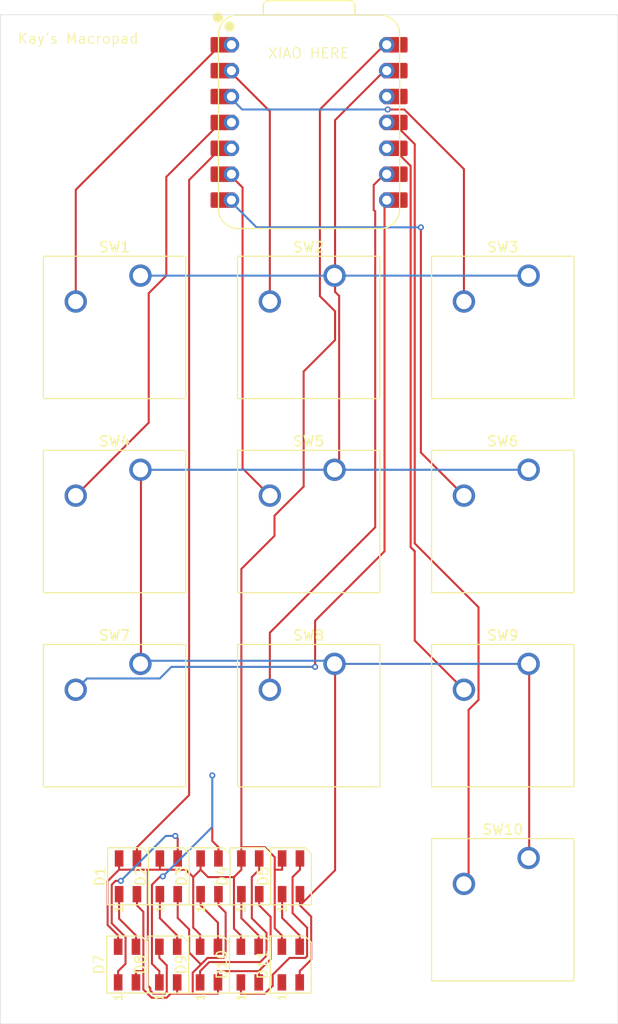
<source format=kicad_pcb>
(kicad_pcb (version 20241229) (generator "pcbnew") (generator_version "9.0")
  (layers (0 "F.Cu" signal) (2 "B.Cu" signal) (13 "F.Paste" user) (15 "B.Paste" user) (5 "F.SilkS" user "F.Silkscreen") (7 "B.SilkS" user "B.Silkscreen") (1 "F.Mask" user) (3 "B.Mask" user) (25 "Edge.Cuts" user))
  (net 0 "")
  (net 1 "Net-(D1-DOUT)")
  (net 2 "Net-(D1-DIN)")
  (net 3 "+5V")
  (net 4 "Net-(D1-VSS)")
  (net 5 "Net-(D2-DIN)")
  (net 6 "Net-(D2-DOUT)")
  (net 7 "Net-(D3-DOUT)")
  (net 8 "Net-(D3-DIN)")
  (net 9 "Net-(D10-DIN)")
  (net 10 "Net-(D4-DIN)")
  (net 11 "Net-(D10-DOUT)")
  (net 12 "GND")
  (net 13 "Net-(D11-DIN)")
  (net 15 "Net-(U1-GPIO26{slash}ADC0{slash}A0)")
  (net 16 "Net-(U1-GPIO27{slash}ADC1{slash}A1)")
  (net 17 "Net-(U1-GPIO28{slash}ADC2{slash}A2)")
  (net 18 "Net-(U1-GPIO29{slash}ADC3{slash}A3)")
  (net 19 "Net-(U1-GPIO7{slash}SCL)")
  (net 20 "Net-(U1-GPIO0{slash}TX)")
  (net 21 "Net-(U1-GPIO1{slash}RX)")
  (net 22 "Net-(U1-GPIO2{slash}SCK)")
  (net 23 "Net-(U1-GPIO4{slash}MISO)")
  (net 24 "Net-(U1-GPIO3{slash}MOSI)")
  (net 25 "unconnected-(U1-3V3-Pad12)")
  (footprint "LED_SMD:LED_SK6812MINI_PLCC4_3.5x3.5mm_P1.75mm" (layer "F.Cu") (at 57.3 137.21 90)
    (property "Reference" "D4" (at 0 -2.75 90) (layer "F.SilkS"))
    (property "Value" "SK6812MINI")
    (fp_text user "1" (at -3.2 -0.875 90) (layer "F.SilkS") (effects (font (size 0.8 0.8))))
    (pad "1" smd rect (at -1.749999 -0.875 90) (size 1.6 0.85) (layers "F.Cu" "F.Mask" "F.Paste") (net 9 "Net-(D10-DIN)"))
    (pad "2" smd rect (at -1.749999 0.875 90) (size 1.6 0.85) (layers "F.Cu" "F.Mask" "F.Paste") (net 4 "Net-(D1-VSS)"))
    (pad "3" smd rect (at 1.749999 0.875 90) (size 1.6 0.85) (layers "F.Cu" "F.Mask" "F.Paste") (net 10 "Net-(D4-DIN)"))
    (pad "4" smd rect (at 1.749999 -0.875 90) (size 1.6 0.85) (layers "F.Cu" "F.Mask" "F.Paste") (net 3 "+5V"))
  )
  (footprint "LED_SMD:LED_SK6812MINI_PLCC4_3.5x3.5mm_P1.75mm" (layer "F.Cu") (at 49.3 137.2099 90)
    (property "Reference" "D2" (at 0 -2.75 90) (layer "F.SilkS"))
    (property "Value" "SK6812MINI")
    (fp_text user "1" (at -3.2 -0.875 90) (layer "F.SilkS") (effects (font (size 0.8 0.8))))
    (pad "1" smd rect (at -1.749999 -0.875 90) (size 1.6 0.85) (layers "F.Cu" "F.Mask" "F.Paste") (net 6 "Net-(D2-DOUT)"))
    (pad "2" smd rect (at -1.749999 0.875 90) (size 1.6 0.85) (layers "F.Cu" "F.Mask" "F.Paste") (net 4 "Net-(D1-VSS)"))
    (pad "3" smd rect (at 1.749999 0.875 90) (size 1.6 0.85) (layers "F.Cu" "F.Mask" "F.Paste") (net 5 "Net-(D2-DIN)"))
    (pad "4" smd rect (at 1.749999 -0.875 90) (size 1.6 0.85) (layers "F.Cu" "F.Mask" "F.Paste") (net 3 "+5V"))
  )
  (footprint "Button_Switch_Keyboard:SW_Cherry_MX_1.00u_PCB" (layer "F.Cu") (at 46.519 78.2637)
    (property "Reference" "SW1" (at -2.54 -2.794 0) (layer "F.SilkS"))
    (property "Value" "SW_Push")
    (pad "" np_thru_hole circle (at -7.62 5.08) (size 1.7 1.7) (drill 1.7) (layers "*.Cu" "*.Mask"))
    (pad "" np_thru_hole circle (at -2.54 5.08) (size 4 4) (drill 4) (layers "*.Cu" "*.Mask"))
    (pad "" np_thru_hole circle (at 2.54 5.08) (size 1.7 1.7) (drill 1.7) (layers "*.Cu" "*.Mask"))
    (pad "1" thru_hole circle (at 0 0) (size 2.2 2.2) (drill 1.5) (layers "*.Cu" "*.Mask") (net 12 "GND"))
    (pad "2" thru_hole circle (at -6.35 2.54) (size 2.2 2.2) (drill 1.5) (layers "*.Cu" "*.Mask") (net 15 "Net-(U1-GPIO26{slash}ADC0{slash}A0)"))
  )
  (footprint "Button_Switch_Keyboard:SW_Cherry_MX_1.00u_PCB" (layer "F.Cu") (at 84.619 97.3137)
    (property "Reference" "SW6" (at -2.54 -2.794 0) (layer "F.SilkS"))
    (property "Value" "SW_Push")
    (pad "" np_thru_hole circle (at -7.62 5.08) (size 1.7 1.7) (drill 1.7) (layers "*.Cu" "*.Mask"))
    (pad "" np_thru_hole circle (at -2.54 5.08) (size 4 4) (drill 4) (layers "*.Cu" "*.Mask"))
    (pad "" np_thru_hole circle (at 2.54 5.08) (size 1.7 1.7) (drill 1.7) (layers "*.Cu" "*.Mask"))
    (pad "1" thru_hole circle (at 0 0) (size 2.2 2.2) (drill 1.5) (layers "*.Cu" "*.Mask") (net 12 "GND"))
    (pad "2" thru_hole circle (at -6.35 2.54) (size 2.2 2.2) (drill 1.5) (layers "*.Cu" "*.Mask") (net 20 "Net-(U1-GPIO0{slash}TX)"))
  )
  (footprint "Button_Switch_Keyboard:SW_Cherry_MX_1.00u_PCB" (layer "F.Cu") (at 46.519 97.3137)
    (property "Reference" "SW4" (at -2.54 -2.794 0) (layer "F.SilkS"))
    (property "Value" "SW_Push")
    (pad "" np_thru_hole circle (at -7.62 5.08) (size 1.7 1.7) (drill 1.7) (layers "*.Cu" "*.Mask"))
    (pad "" np_thru_hole circle (at -2.54 5.08) (size 4 4) (drill 4) (layers "*.Cu" "*.Mask"))
    (pad "" np_thru_hole circle (at 2.54 5.08) (size 1.7 1.7) (drill 1.7) (layers "*.Cu" "*.Mask"))
    (pad "1" thru_hole circle (at 0 0) (size 2.2 2.2) (drill 1.5) (layers "*.Cu" "*.Mask") (net 12 "GND"))
    (pad "2" thru_hole circle (at -6.35 2.54) (size 2.2 2.2) (drill 1.5) (layers "*.Cu" "*.Mask") (net 18 "Net-(U1-GPIO29{slash}ADC3{slash}A3)"))
  )
  (footprint "LED_SMD:LED_SK6812MINI_PLCC4_3.5x3.5mm_P1.75mm" (layer "F.Cu") (at 45.3 137.2099 90)
    (property "Reference" "D1" (at 0 -2.75 90) (layer "F.SilkS"))
    (property "Value" "SK6812MINI")
    (fp_text user "1" (at -3.2 -0.875 90) (layer "F.SilkS") (effects (font (size 0.8 0.8))))
    (pad "1" smd rect (at -1.749999 -0.875 90) (size 1.6 0.85) (layers "F.Cu" "F.Mask" "F.Paste") (net 1 "Net-(D1-DOUT)"))
    (pad "2" smd rect (at -1.749999 0.875 90) (size 1.6 0.85) (layers "F.Cu" "F.Mask" "F.Paste") (net 4 "Net-(D1-VSS)"))
    (pad "3" smd rect (at 1.749999 0.875 90) (size 1.6 0.85) (layers "F.Cu" "F.Mask" "F.Paste") (net 2 "Net-(D1-DIN)"))
    (pad "4" smd rect (at 1.749999 -0.875 90) (size 1.6 0.85) (layers "F.Cu" "F.Mask" "F.Paste") (net 3 "+5V"))
  )
  (footprint "LED_SMD:LED_SK6812MINI_PLCC4_3.5x3.5mm_P1.75mm" (layer "F.Cu") (at 53.25 145.87 90)
    (property "Reference" "D9" (at 0 -2.75 90) (layer "F.SilkS"))
    (property "Value" "SK6812MINI")
    (fp_text user "1" (at -3.2 -0.875 90) (layer "F.SilkS") (effects (font (size 0.8 0.8))))
    (pad "1" smd rect (at -1.749999 -0.875 90) (size 1.6 0.85) (layers "F.Cu" "F.Mask" "F.Paste") (net 10 "Net-(D4-DIN)"))
    (pad "2" smd rect (at -1.749999 0.875 90) (size 1.6 0.85) (layers "F.Cu" "F.Mask" "F.Paste") (net 4 "Net-(D1-VSS)"))
    (pad "3" smd rect (at 1.749999 0.875 90) (size 1.6 0.85) (layers "F.Cu" "F.Mask" "F.Paste") (net 7 "Net-(D3-DOUT)"))
    (pad "4" smd rect (at 1.749999 -0.875 90) (size 1.6 0.85) (layers "F.Cu" "F.Mask" "F.Paste") (net 3 "+5V"))
  )
  (footprint "LED_SMD:LED_SK6812MINI_PLCC4_3.5x3.5mm_P1.75mm" (layer "F.Cu") (at 49.2499 145.87 90)
    (property "Reference" "D8" (at 0 -2.75 90) (layer "F.SilkS"))
    (property "Value" "SK6812MINI")
    (fp_text user "1" (at -3.2 -0.875 90) (layer "F.SilkS") (effects (font (size 0.8 0.8))))
    (pad "1" smd rect (at -1.749999 -0.875 90) (size 1.6 0.85) (layers "F.Cu" "F.Mask" "F.Paste") (net 8 "Net-(D3-DIN)"))
    (pad "2" smd rect (at -1.749999 0.875 90) (size 1.6 0.85) (layers "F.Cu" "F.Mask" "F.Paste") (net 4 "Net-(D1-VSS)"))
    (pad "3" smd rect (at 1.749999 0.875 90) (size 1.6 0.85) (layers "F.Cu" "F.Mask" "F.Paste") (net 6 "Net-(D2-DOUT)"))
    (pad "4" smd rect (at 1.749999 -0.875 90) (size 1.6 0.85) (layers "F.Cu" "F.Mask" "F.Paste") (net 3 "+5V"))
  )
  (footprint "LED_SMD:LED_SK6812MINI_PLCC4_3.5x3.5mm_P1.75mm" (layer "F.Cu") (at 45.205 145.87 90)
    (property "Reference" "D7" (at 0 -2.75 90) (layer "F.SilkS"))
    (property "Value" "SK6812MINI")
    (fp_text user "1" (at -3.2 -0.875 90) (layer "F.SilkS") (effects (font (size 0.8 0.8))))
    (pad "1" smd rect (at -1.749999 -0.875 90) (size 1.6 0.85) (layers "F.Cu" "F.Mask" "F.Paste") (net 5 "Net-(D2-DIN)"))
    (pad "2" smd rect (at -1.749999 0.875 90) (size 1.6 0.85) (layers "F.Cu" "F.Mask" "F.Paste") (net 4 "Net-(D1-VSS)"))
    (pad "3" smd rect (at 1.749999 0.875 90) (size 1.6 0.85) (layers "F.Cu" "F.Mask" "F.Paste") (net 1 "Net-(D1-DOUT)"))
    (pad "4" smd rect (at 1.749999 -0.875 90) (size 1.6 0.85) (layers "F.Cu" "F.Mask" "F.Paste") (net 3 "+5V"))
  )
  (footprint "Button_Switch_Keyboard:SW_Cherry_MX_1.00u_PCB" (layer "F.Cu") (at 65.569 78.2637)
    (property "Reference" "SW2" (at -2.54 -2.794 0) (layer "F.SilkS"))
    (property "Value" "SW_Push")
    (pad "" np_thru_hole circle (at -7.62 5.08) (size 1.7 1.7) (drill 1.7) (layers "*.Cu" "*.Mask"))
    (pad "" np_thru_hole circle (at -2.54 5.08) (size 4 4) (drill 4) (layers "*.Cu" "*.Mask"))
    (pad "" np_thru_hole circle (at 2.54 5.08) (size 1.7 1.7) (drill 1.7) (layers "*.Cu" "*.Mask"))
    (pad "1" thru_hole circle (at 0 0) (size 2.2 2.2) (drill 1.5) (layers "*.Cu" "*.Mask") (net 12 "GND"))
    (pad "2" thru_hole circle (at -6.35 2.54) (size 2.2 2.2) (drill 1.5) (layers "*.Cu" "*.Mask") (net 16 "Net-(U1-GPIO27{slash}ADC1{slash}A1)"))
  )
  (footprint "LED_SMD:LED_SK6812MINI_PLCC4_3.5x3.5mm_P1.75mm" (layer "F.Cu") (at 57.25 145.87 90)
    (property "Reference" "D10" (at 0 -2.75 90) (layer "F.SilkS"))
    (property "Value" "SK6812MINI")
    (fp_text user "1" (at -3.2 -0.875 90) (layer "F.SilkS") (effects (font (size 0.8 0.8))))
    (pad "1" smd rect (at -1.749999 -0.875 90) (size 1.6 0.85) (layers "F.Cu" "F.Mask" "F.Paste") (net 11 "Net-(D10-DOUT)"))
    (pad "2" smd rect (at -1.749999 0.875 90) (size 1.6 0.85) (layers "F.Cu" "F.Mask" "F.Paste") (net 4 "Net-(D1-VSS)"))
    (pad "3" smd rect (at 1.749999 0.875 90) (size 1.6 0.85) (layers "F.Cu" "F.Mask" "F.Paste") (net 9 "Net-(D10-DIN)"))
    (pad "4" smd rect (at 1.749999 -0.875 90) (size 1.6 0.85) (layers "F.Cu" "F.Mask" "F.Paste") (net 3 "+5V"))
  )
  (footprint "Button_Switch_Keyboard:SW_Cherry_MX_1.00u_PCB" (layer "F.Cu") (at 46.519 116.3637)
    (property "Reference" "SW7" (at -2.54 -2.794 0) (layer "F.SilkS"))
    (property "Value" "SW_Push")
    (pad "" np_thru_hole circle (at -7.62 5.08) (size 1.7 1.7) (drill 1.7) (layers "*.Cu" "*.Mask"))
    (pad "" np_thru_hole circle (at -2.54 5.08) (size 4 4) (drill 4) (layers "*.Cu" "*.Mask"))
    (pad "" np_thru_hole circle (at 2.54 5.08) (size 1.7 1.7) (drill 1.7) (layers "*.Cu" "*.Mask"))
    (pad "1" thru_hole circle (at 0 0) (size 2.2 2.2) (drill 1.5) (layers "*.Cu" "*.Mask") (net 12 "GND"))
    (pad "2" thru_hole circle (at -6.35 2.54) (size 2.2 2.2) (drill 1.5) (layers "*.Cu" "*.Mask") (net 21 "Net-(U1-GPIO1{slash}RX)"))
  )
  (footprint "Button_Switch_Keyboard:SW_Cherry_MX_1.00u_PCB" (layer "F.Cu") (at 65.569 116.3637)
    (property "Reference" "SW8" (at -2.54 -2.794 0) (layer "F.SilkS"))
    (property "Value" "SW_Push")
    (pad "" np_thru_hole circle (at -7.62 5.08) (size 1.7 1.7) (drill 1.7) (layers "*.Cu" "*.Mask"))
    (pad "" np_thru_hole circle (at -2.54 5.08) (size 4 4) (drill 4) (layers "*.Cu" "*.Mask"))
    (pad "" np_thru_hole circle (at 2.54 5.08) (size 1.7 1.7) (drill 1.7) (layers "*.Cu" "*.Mask"))
    (pad "1" thru_hole circle (at 0 0) (size 2.2 2.2) (drill 1.5) (layers "*.Cu" "*.Mask") (net 12 "GND"))
    (pad "2" thru_hole circle (at -6.35 2.54) (size 2.2 2.2) (drill 1.5) (layers "*.Cu" "*.Mask") (net 22 "Net-(U1-GPIO2{slash}SCK)"))
  )
  (footprint "LED_SMD:LED_SK6812MINI_PLCC4_3.5x3.5mm_P1.75mm" (layer "F.Cu") (at 61.275 145.87 90)
    (property "Reference" "D11" (at 0 -2.75 90) (layer "F.SilkS"))
    (property "Value" "SK6812MINI")
    (fp_text user "1" (at -3.2 -0.875 90) (layer "F.SilkS") (effects (font (size 0.8 0.8))))
    (pad "1" smd rect (at -1.749999 -0.875 90) (size 1.6 0.85) (layers "F.Cu" "F.Mask" "F.Paste"))
    (pad "2" smd rect (at -1.749999 0.875 90) (size 1.6 0.85) (layers "F.Cu" "F.Mask" "F.Paste") (net 12 "GND"))
    (pad "3" smd rect (at 1.749999 0.875 90) (size 1.6 0.85) (layers "F.Cu" "F.Mask" "F.Paste") (net 13 "Net-(D11-DIN)"))
    (pad "4" smd rect (at 1.749999 -0.875 90) (size 1.6 0.85) (layers "F.Cu" "F.Mask" "F.Paste") (net 3 "+5V"))
  )
  (footprint "LED_SMD:LED_SK6812MINI_PLCC4_3.5x3.5mm_P1.75mm" (layer "F.Cu") (at 53.3 137.2099 90)
    (property "Reference" "D3" (at 0 -2.75 90) (layer "F.SilkS"))
    (property "Value" "SK6812MINI")
    (fp_text user "1" (at -3.2 -0.875 90) (layer "F.SilkS") (effects (font (size 0.8 0.8))))
    (pad "1" smd rect (at -1.749999 -0.875 90) (size 1.6 0.85) (layers "F.Cu" "F.Mask" "F.Paste") (net 7 "Net-(D3-DOUT)"))
    (pad "2" smd rect (at -1.749999 0.875 90) (size 1.6 0.85) (layers "F.Cu" "F.Mask" "F.Paste") (net 4 "Net-(D1-VSS)"))
    (pad "3" smd rect (at 1.749999 0.875 90) (size 1.6 0.85) (layers "F.Cu" "F.Mask" "F.Paste") (net 8 "Net-(D3-DIN)"))
    (pad "4" smd rect (at 1.749999 -0.875 90) (size 1.6 0.85) (layers "F.Cu" "F.Mask" "F.Paste") (net 3 "+5V"))
  )
  (footprint "LED_SMD:LED_SK6812MINI_PLCC4_3.5x3.5mm_P1.75mm" (layer "F.Cu") (at 61.3 137.2099 90)
    (property "Reference" "D5" (at 0 -2.75 90) (layer "F.SilkS"))
    (property "Value" "SK6812MINI")
    (fp_text user "1" (at -3.2 -0.875 90) (layer "F.SilkS") (effects (font (size 0.8 0.8))))
    (pad "1" smd rect (at -1.749999 -0.875 90) (size 1.6 0.85) (layers "F.Cu" "F.Mask" "F.Paste") (net 13 "Net-(D11-DIN)"))
    (pad "2" smd rect (at -1.749999 0.875 90) (size 1.6 0.85) (layers "F.Cu" "F.Mask" "F.Paste") (net 12 "GND"))
    (pad "3" smd rect (at 1.749999 0.875 90) (size 1.6 0.85) (layers "F.Cu" "F.Mask" "F.Paste") (net 11 "Net-(D10-DOUT)"))
    (pad "4" smd rect (at 1.749999 -0.875 90) (size 1.6 0.85) (layers "F.Cu" "F.Mask" "F.Paste") (net 3 "+5V"))
  )
  (footprint "Button_Switch_Keyboard:SW_Cherry_MX_1.00u_PCB" (layer "F.Cu") (at 84.619 116.3637)
    (property "Reference" "SW9" (at -2.54 -2.794 0) (layer "F.SilkS"))
    (property "Value" "SW_Push")
    (pad "" np_thru_hole circle (at -7.62 5.08) (size 1.7 1.7) (drill 1.7) (layers "*.Cu" "*.Mask"))
    (pad "" np_thru_hole circle (at -2.54 5.08) (size 4 4) (drill 4) (layers "*.Cu" "*.Mask"))
    (pad "" np_thru_hole circle (at 2.54 5.08) (size 1.7 1.7) (drill 1.7) (layers "*.Cu" "*.Mask"))
    (pad "1" thru_hole circle (at 0 0) (size 2.2 2.2) (drill 1.5) (layers "*.Cu" "*.Mask") (net 12 "GND"))
    (pad "2" thru_hole circle (at -6.35 2.54) (size 2.2 2.2) (drill 1.5) (layers "*.Cu" "*.Mask") (net 23 "Net-(U1-GPIO4{slash}MISO)"))
  )
  (footprint "Button_Switch_Keyboard:SW_Cherry_MX_1.00u_PCB" (layer "F.Cu") (at 65.569 97.3137)
    (property "Reference" "SW5" (at -2.54 -2.794 0) (layer "F.SilkS"))
    (property "Value" "SW_Push")
    (pad "" np_thru_hole circle (at -7.62 5.08) (size 1.7 1.7) (drill 1.7) (layers "*.Cu" "*.Mask"))
    (pad "" np_thru_hole circle (at -2.54 5.08) (size 4 4) (drill 4) (layers "*.Cu" "*.Mask"))
    (pad "" np_thru_hole circle (at 2.54 5.08) (size 1.7 1.7) (drill 1.7) (layers "*.Cu" "*.Mask"))
    (pad "1" thru_hole circle (at 0 0) (size 2.2 2.2) (drill 1.5) (layers "*.Cu" "*.Mask") (net 12 "GND"))
    (pad "2" thru_hole circle (at -6.35 2.54) (size 2.2 2.2) (drill 1.5) (layers "*.Cu" "*.Mask") (net 19 "Net-(U1-GPIO7{slash}SCL)"))
  )
  (footprint "Button_Switch_Keyboard:SW_Cherry_MX_1.00u_PCB" (layer "F.Cu") (at 84.619 78.2637)
    (property "Reference" "SW3" (at -2.54 -2.794 0) (layer "F.SilkS"))
    (property "Value" "SW_Push")
    (pad "" np_thru_hole circle (at -7.62 5.08) (size 1.7 1.7) (drill 1.7) (layers "*.Cu" "*.Mask"))
    (pad "" np_thru_hole circle (at -2.54 5.08) (size 4 4) (drill 4) (layers "*.Cu" "*.Mask"))
    (pad "" np_thru_hole circle (at 2.54 5.08) (size 1.7 1.7) (drill 1.7) (layers "*.Cu" "*.Mask"))
    (pad "1" thru_hole circle (at 0 0) (size 2.2 2.2) (drill 1.5) (layers "*.Cu" "*.Mask") (net 12 "GND"))
    (pad "2" thru_hole circle (at -6.35 2.54) (size 2.2 2.2) (drill 1.5) (layers "*.Cu" "*.Mask") (net 17 "Net-(U1-GPIO28{slash}ADC2{slash}A2)"))
  )
  (footprint "Button_Switch_Keyboard:SW_Cherry_MX_1.00u_PCB" (layer "F.Cu") (at 84.619 135.4137)
    (property "Reference" "SW10" (at -2.54 -2.794 0) (layer "F.SilkS"))
    (property "Value" "SW_Push")
    (pad "" np_thru_hole circle (at -7.62 5.08) (size 1.7 1.7) (drill 1.7) (layers "*.Cu" "*.Mask"))
    (pad "" np_thru_hole circle (at -2.54 5.08) (size 4 4) (drill 4) (layers "*.Cu" "*.Mask"))
    (pad "" np_thru_hole circle (at 2.54 5.08) (size 1.7 1.7) (drill 1.7) (layers "*.Cu" "*.Mask"))
    (pad "1" thru_hole circle (at 0 0) (size 2.2 2.2) (drill 1.5) (layers "*.Cu" "*.Mask") (net 12 "GND"))
    (pad "2" thru_hole circle (at -6.35 2.54) (size 2.2 2.2) (drill 1.5) (layers "*.Cu" "*.Mask") (net 24 "Net-(U1-GPIO3{slash}MOSI)"))
  )
  (footprint "Seeed Studio XIAO Series Library:XIAO-RP2040-DIP" (layer "F.Cu") (at 63.07 63.2285)
    (property "Reference" "U1" (hide yes))
    (property "Value" "XIAO-RP2040-DIP")
    (pad "1" smd roundrect (at -8.455 -7.62 180) (size 2.432 1.524) (layers "F.Cu" "F.Mask") (roundrect_rratio 0.1) (net 15 "Net-(U1-GPIO26{slash}ADC0{slash}A0)"))
    (pad "1" thru_hole circle (at -7.62 -7.62 180) (size 1.524 1.524) (drill 0.889) (layers "*.Cu" "*.Mask") (net 15 "Net-(U1-GPIO26{slash}ADC0{slash}A0)"))
    (pad "2" smd roundrect (at -8.455 -5.08 180) (size 2.432 1.524) (layers "F.Cu" "F.Mask") (roundrect_rratio 0.1) (net 16 "Net-(U1-GPIO27{slash}ADC1{slash}A1)"))
    (pad "2" thru_hole circle (at -7.62 -5.08 180) (size 1.524 1.524) (drill 0.889) (layers "*.Cu" "*.Mask") (net 16 "Net-(U1-GPIO27{slash}ADC1{slash}A1)"))
    (pad "3" smd roundrect (at -8.455 -2.54 180) (size 2.432 1.524) (layers "F.Cu" "F.Mask") (roundrect_rratio 0.1) (net 17 "Net-(U1-GPIO28{slash}ADC2{slash}A2)"))
    (pad "3" thru_hole circle (at -7.62 -2.54 180) (size 1.524 1.524) (drill 0.889) (layers "*.Cu" "*.Mask") (net 17 "Net-(U1-GPIO28{slash}ADC2{slash}A2)"))
    (pad "4" smd roundrect (at -8.455 0 180) (size 2.432 1.524) (layers "F.Cu" "F.Mask") (roundrect_rratio 0.1) (net 18 "Net-(U1-GPIO29{slash}ADC3{slash}A3)"))
    (pad "4" thru_hole circle (at -7.62 0 180) (size 1.524 1.524) (drill 0.889) (layers "*.Cu" "*.Mask") (net 18 "Net-(U1-GPIO29{slash}ADC3{slash}A3)"))
    (pad "5" smd roundrect (at -8.455 2.54 180) (size 2.432 1.524) (layers "F.Cu" "F.Mask") (roundrect_rratio 0.1) (net 2 "Net-(D1-DIN)"))
    (pad "5" thru_hole circle (at -7.62 2.54 180) (size 1.524 1.524) (drill 0.889) (layers "*.Cu" "*.Mask") (net 2 "Net-(D1-DIN)"))
    (pad "6" smd roundrect (at -8.455 5.08 180) (size 2.432 1.524) (layers "F.Cu" "F.Mask") (roundrect_rratio 0.1) (net 19 "Net-(U1-GPIO7{slash}SCL)"))
    (pad "6" thru_hole circle (at -7.62 5.08 180) (size 1.524 1.524) (drill 0.889) (layers "*.Cu" "*.Mask") (net 19 "Net-(U1-GPIO7{slash}SCL)"))
    (pad "7" smd roundrect (at -8.455 7.62 180) (size 2.432 1.524) (layers "F.Cu" "F.Mask") (roundrect_rratio 0.1) (net 20 "Net-(U1-GPIO0{slash}TX)"))
    (pad "7" thru_hole circle (at -7.62 7.62 180) (size 1.524 1.524) (drill 0.889) (layers "*.Cu" "*.Mask") (net 20 "Net-(U1-GPIO0{slash}TX)"))
    (pad "8" thru_hole circle (at 7.62 7.62) (size 1.524 1.524) (drill 0.889) (layers "*.Cu" "*.Mask") (net 21 "Net-(U1-GPIO1{slash}RX)"))
    (pad "8" smd roundrect (at 8.455 7.62) (size 2.432 1.524) (layers "F.Cu" "F.Mask") (roundrect_rratio 0.1) (net 21 "Net-(U1-GPIO1{slash}RX)"))
    (pad "9" thru_hole circle (at 7.62 5.08) (size 1.524 1.524) (drill 0.889) (layers "*.Cu" "*.Mask") (net 22 "Net-(U1-GPIO2{slash}SCK)"))
    (pad "9" smd roundrect (at 8.455 5.08) (size 2.432 1.524) (layers "F.Cu" "F.Mask") (roundrect_rratio 0.1) (net 22 "Net-(U1-GPIO2{slash}SCK)"))
    (pad "10" thru_hole circle (at 7.62 2.54) (size 1.524 1.524) (drill 0.889) (layers "*.Cu" "*.Mask") (net 23 "Net-(U1-GPIO4{slash}MISO)"))
    (pad "10" smd roundrect (at 8.455 2.54) (size 2.432 1.524) (layers "F.Cu" "F.Mask") (roundrect_rratio 0.1) (net 23 "Net-(U1-GPIO4{slash}MISO)"))
    (pad "11" thru_hole circle (at 7.62 0) (size 1.524 1.524) (drill 0.889) (layers "*.Cu" "*.Mask") (net 24 "Net-(U1-GPIO3{slash}MOSI)"))
    (pad "11" smd roundrect (at 8.455 0) (size 2.432 1.524) (layers "F.Cu" "F.Mask") (roundrect_rratio 0.1) (net 24 "Net-(U1-GPIO3{slash}MOSI)"))
    (pad "12" thru_hole circle (at 7.62 -2.54) (size 1.524 1.524) (drill 0.889) (layers "*.Cu" "*.Mask") (net 25 "unconnected-(U1-3V3-Pad12)"))
    (pad "12" smd roundrect (at 8.455 -2.54) (size 2.432 1.524) (layers "F.Cu" "F.Mask") (roundrect_rratio 0.1) (net 25 "unconnected-(U1-3V3-Pad12)"))
    (pad "13" thru_hole circle (at 7.62 -5.08) (size 1.524 1.524) (drill 0.889) (layers "*.Cu" "*.Mask") (net 12 "GND"))
    (pad "13" smd roundrect (at 8.455 -5.08) (size 2.432 1.524) (layers "F.Cu" "F.Mask") (roundrect_rratio 0.1) (net 12 "GND"))
    (pad "14" thru_hole circle (at 7.62 -7.62) (size 1.524 1.524) (drill 0.889) (layers "*.Cu" "*.Mask") (net 3 "+5V"))
    (pad "14" smd roundrect (at 8.455 -7.62) (size 2.432 1.524) (layers "F.Cu" "F.Mask") (roundrect_rratio 0.1) (net 3 "+5V"))
  )
  (gr_rect (start 32.76 52.66) (end 93.38 151.69) (stroke (width 0.05)) (fill no) (layer "Edge.Cuts"))
  (gr_text "Kay's Macropad\n" (at 34.41 55.58 0) (layer "F.SilkS") (effects (font (size 1 1) (thickness 0.1)) (justify left bottom)))
  (gr_text "XIAO HERE" (at 58.97 57.02 0) (layer "F.SilkS") (effects (font (size 1 1) (thickness 0.1)) (justify left bottom)))
  (segment (start 46.08 144.12) (end 46.08 143.0183) (width 0.2) (layer "F.Cu") (net 1))
  (segment (start 44.425 138.9599) (end 44.425 141.3633) (width 0.2) (layer "F.Cu") (net 1))
  (segment (start 44.425 141.3633) (end 46.08 143.0183) (width 0.2) (layer "F.Cu") (net 1))
  (segment (start 46.175 135.4599) (end 46.175 134.3582) (width 0.2) (layer "F.Cu") (net 2))
  (segment (start 51.2981 129.2351) (end 46.175 134.3582) (width 0.2) (layer "F.Cu") (net 2))
  (segment (start 54.4 65.7685) (end 51.2981 68.8704) (width 0.2) (layer "F.Cu") (net 2))
  (segment (start 51.2981 68.8704) (end 51.2981 129.2351) (width 0.2) (layer "F.Cu") (net 2))
  (segment (start 55.235 65.7685) (end 54.4 65.7685) (width 0.2) (layer "F.Cu") (net 2))
  (segment (start 47.4897 148.1889) (end 47.4897 148.4299) (width 0.2) (layer "F.Cu") (net 3))
  (segment (start 47.4897 148.4299) (end 47.7815 148.7217) (width 0.2) (layer "F.Cu") (net 3))
  (segment (start 52.425 136.5601) (end 53.1533 137.2884) (width 0.2) (layer "F.Cu") (net 3))
  (segment (start 65.6198 81.7595) (end 65.6198 84.5848) (width 0.2) (layer "F.Cu") (net 3))
  (segment (start 47.2465 136.5616) (end 48.425 136.5616) (width 0.2) (layer "F.Cu") (net 3))
  (segment (start 55.6983 142.3416) (end 55.6983 137.2884) (width 0.2) (layer "F.Cu") (net 3))
  (segment (start 44.425 136.5616) (end 43.2965 137.6901) (width 0.2) (layer "F.Cu") (net 3))
  (segment (start 44.425 136.5601) (end 44.425 136.5616) (width 0.2) (layer "F.Cu") (net 3))
  (segment (start 70.475 55.6085) (end 64.1326 61.9509) (width 0.2) (layer "F.Cu") (net 3))
  (segment (start 59.6983 136.5616) (end 60.425 136.5616) (width 0.2) (layer "F.Cu") (net 3))
  (segment (start 55.6983 137.2884) (end 56.425 136.5617) (width 0.2) (layer "F.Cu") (net 3))
  (segment (start 60.425 135.4599) (end 60.425 136.5616) (width 0.2) (layer "F.Cu") (net 3))
  (segment (start 44.425 135.4599) (end 44.425 136.5599) (width 0.2) (layer "F.Cu") (net 3))
  (segment (start 44.425 136.5599) (end 44.425 136.5601) (width 0.2) (layer "F.Cu") (net 3))
  (segment (start 56.375 143.0183) (end 55.6983 142.3416) (width 0.2) (layer "F.Cu") (net 3))
  (segment (start 52.375 143.0183) (end 52.375 142.9223) (width 0.2) (layer "F.Cu") (net 3))
  (segment (start 56.425 107.0448) (end 56.425 134.3583) (width 0.2) (layer "F.Cu") (net 3))
  (segment (start 65.6198 84.5848) (end 62.5356 87.669) (width 0.2) (layer "F.Cu") (net 3))
  (segment (start 56.425 135.46) (end 56.425 134.3583) (width 0.2) (layer "F.Cu") (net 3))
  (segment (start 51.6983 137.2883) (end 50.9716 136.5616) (width 0.2) (layer "F.Cu") (net 3))
  (segment (start 59.6983 136.5616) (end 59.6983 142.3166) (width 0.2) (layer "F.Cu") (net 3))
  (segment (start 44.425 136.5601) (end 44.4265 136.5616) (width 0.2) (layer "F.Cu") (net 3))
  (segment (start 47.2465 136.5616) (end 47.2465 147.9457) (width 0.2) (layer "F.Cu") (net 3))
  (segment (start 43.2965 137.6901) (end 43.2965 141.9848) (width 0.2) (layer "F.Cu") (net 3))
  (segment (start 44.4265 136.5616) (end 47.2465 136.5616) (width 0.2) (layer "F.Cu") (net 3))
  (segment (start 48.3749 144.12) (end 48.3749 145.2217) (width 0.2) (layer "F.Cu") (net 3))
  (segment (start 53.1533 137.2884) (end 55.6983 137.2884) (width 0.2) (layer "F.Cu") (net 3))
  (segment (start 47.7815 148.7217) (end 48.9249 148.7217) (width 0.2) (layer "F.Cu") (net 3))
  (segment (start 47.2465 147.9457) (end 47.4897 148.1889) (width 0.2) (layer "F.Cu") (net 3))
  (segment (start 52.425 136.5601) (end 52.425 136.5616) (width 0.2) (layer "F.Cu") (net 3))
  (segment (start 44.33 144.12) (end 44.33 143.0183) (width 0.2) (layer "F.Cu") (net 3))
  (segment (start 59.6759 103.7939) (end 56.425 107.0448) (width 0.2) (layer "F.Cu") (net 3))
  (segment (start 59.6759 101.8214) (end 59.6759 103.7939) (width 0.2) (layer "F.Cu") (net 3))
  (segment (start 51.6983 142.2456) (end 51.6983 137.2883) (width 0.2) (layer "F.Cu") (net 3))
  (segment (start 52.375 144.12) (end 52.375 143.0183) (width 0.2) (layer "F.Cu") (net 3))
  (segment (start 50.9716 136.5616) (end 48.425 136.5616) (width 0.2) (layer "F.Cu") (net 3))
  (segment (start 56.425 134.3583) (end 58.7272 134.3583) (width 0.2) (layer "F.Cu") (net 3))
  (segment (start 60.4 144.12) (end 60.4 143.0183) (width 0.2) (layer "F.Cu") (net 3))
  (segment (start 64.1326 80.2723) (end 65.6198 81.7595) (width 0.2) (layer "F.Cu") (net 3))
  (segment (start 59.6983 135.3294) (end 59.6983 136.5616) (width 0.2) (layer "F.Cu") (net 3))
  (segment (start 56.375 144.12) (end 56.375 143.0183) (width 0.2) (layer "F.Cu") (net 3))
  (segment (start 51.6983 137.2883) (end 52.425 136.5616) (width 0.2) (layer "F.Cu") (net 3))
  (segment (start 59.6983 142.3166) (end 60.4 143.0183) (width 0.2) (layer "F.Cu") (net 3))
  (segment (start 70.475 55.6085) (end 71.31 55.6085) (width 0.2) (layer "F.Cu") (net 3))
  (segment (start 62.5356 98.9617) (end 59.6759 101.8214) (width 0.2) (layer "F.Cu") (net 3))
  (segment (start 52.375 142.9223) (end 51.6983 142.2456) (width 0.2) (layer "F.Cu") (net 3))
  (segment (start 49.1016 148.545) (end 49.1016 145.9484) (width 0.2) (layer "F.Cu") (net 3))
  (segment (start 64.1326 61.9509) (end 64.1326 80.2723) (width 0.2) (layer "F.Cu") (net 3))
  (segment (start 52.425 135.4599) (end 52.425 136.4607) (width 0.2) (layer "F.Cu") (net 3))
  (segment (start 56.425 135.46) (end 56.425 136.5617) (width 0.2) (layer "F.Cu") (net 3))
  (segment (start 52.425 136.4607) (end 52.425 136.5601) (width 0.2) (layer "F.Cu") (net 3))
  (segment (start 62.5356 87.669) (end 62.5356 98.9617) (width 0.2) (layer "F.Cu") (net 3))
  (segment (start 49.1016 145.9484) (end 48.3749 145.2217) (width 0.2) (layer "F.Cu") (net 3))
  (segment (start 43.2965 141.9848) (end 44.33 143.0183) (width 0.2) (layer "F.Cu") (net 3))
  (segment (start 48.425 135.4599) (end 48.425 136.5616) (width 0.2) (layer "F.Cu") (net 3))
  (segment (start 48.9249 148.7217) (end 49.1016 148.545) (width 0.2) (layer "F.Cu") (net 3))
  (segment (start 58.7272 134.3583) (end 59.6983 135.3294) (width 0.2) (layer "F.Cu") (net 3))
  (segment (start 51.2981 144.6961) (end 51.2981 142.4134) (width 0.2) (layer "F.Cu") (net 4))
  (segment (start 46.8067 146.5183) (end 46.8067 148.3149) (width 0.2) (layer "F.Cu") (net 4))
  (segment (start 53.0967 145.2217) (end 52.4602 145.8582) (width 0.2) (layer "F.Cu") (net 4))
  (segment (start 50.175 141.2903) (end 50.175 138.9599) (width 0.2) (layer "F.Cu") (net 4))
  (segment (start 54.175 138.9599) (end 54.175 140.0616) (width 0.2) (layer "F.Cu") (net 4))
  (segment (start 49.3266 148.888) (end 49.4929 148.7217) (width 0.2) (layer "F.Cu") (net 4))
  (segment (start 46.8067 146.5183) (end 46.08 146.5183) (width 0.2) (layer "F.Cu") (net 4))
  (segment (start 52.4602 145.8582) (end 51.2981 144.6961) (width 0.2) (layer "F.Cu") (net 4))
  (segment (start 54.125 148.7217) (end 51.6483 148.7217) (width 0.2) (layer "F.Cu") (net 4))
  (segment (start 51.2981 142.4134) (end 50.175 141.2903) (width 0.2) (layer "F.Cu") (net 4))
  (segment (start 49.4929 148.7217) (end 50.1234 148.7217) (width 0.2) (layer "F.Cu") (net 4))
  (segment (start 50.1234 148.7217) (end 50.1249 148.7202) (width 0.2) (layer "F.Cu") (net 4))
  (segment (start 51.6483 148.7217) (end 50.1249 148.7217) (width 0.2) (layer "F.Cu") (net 4))
  (segment (start 46.8067 148.3149) (end 47.6152 149.1234) (width 0.2) (layer "F.Cu") (net 4))
  (segment (start 59.2954 145.3479) (end 59.2954 141.1821) (width 0.2) (layer "F.Cu") (net 4))
  (segment (start 54.125 147.1699) (end 54.125 146.5183) (width 0.2) (layer "F.Cu") (net 4))
  (segment (start 50.1249 147.62) (end 50.1249 148.72) (width 0.2) (layer "F.Cu") (net 4))
  (segment (start 50.1249 148.72) (end 50.1249 148.7202) (width 0.2) (layer "F.Cu") (net 4))
  (segment (start 54.175 140.0616) (end 54.8801 140.7667) (width 0.2) (layer "F.Cu") (net 4))
  (segment (start 54.125 147.62) (end 54.125 148.7217) (width 0.2) (layer "F.Cu") (net 4))
  (segment (start 47.6152 149.1234) (end 49.0912 149.1234) (width 0.2) (layer "F.Cu") (net 4))
  (segment (start 46.8067 140.6933) (end 46.8067 146.5183) (width 0.2) (layer "F.Cu") (net 4))
  (segment (start 49.0912 149.1234) (end 49.3266 148.888) (width 0.2) (layer "F.Cu") (net 4))
  (segment (start 46.175 140.0616) (end 46.8067 140.6933) (width 0.2) (layer "F.Cu") (net 4))
  (segment (start 50.1249 148.7202) (end 50.1249 148.7217) (width 0.2) (layer "F.Cu") (net 4))
  (segment (start 58.125 147.62) (end 58.125 146.5183) (width 0.2) (layer "F.Cu") (net 4))
  (segment (start 58.125 146.5183) (end 59.2954 145.3479) (width 0.2) (layer "F.Cu") (net 4))
  (segment (start 46.175 138.9599) (end 46.175 140.0616) (width 0.2) (layer "F.Cu") (net 4))
  (segment (start 54.6774 145.2217) (end 53.0967 145.2217) (width 0.2) (layer "F.Cu") (net 4))
  (segment (start 54.125 146.5183) (end 58.125 146.5183) (width 0.2) (layer "F.Cu") (net 4))
  (segment (start 51.6483 146.6701) (end 51.6483 148.7217) (width 0.2) (layer "F.Cu") (net 4))
  (segment (start 58.175 138.96) (end 58.175 140.0617) (width 0.2) (layer "F.Cu") (net 4))
  (segment (start 59.2954 141.1821) (end 58.175 140.0617) (width 0.2) (layer "F.Cu") (net 4))
  (segment (start 49.3266 148.888) (end 49.4929 148.7217) (width 0.2) (layer "F.Cu") (net 4))
  (segment (start 46.08 147.62) (end 46.08 146.5183) (width 0.2) (layer "F.Cu") (net 4))
  (segment (start 54.125 147.1699) (end 54.125 147.62) (width 0.2) (layer "F.Cu") (net 4))
  (segment (start 54.8801 145.019) (end 54.6774 145.2217) (width 0.2) (layer "F.Cu") (net 4))
  (segment (start 54.8801 140.7667) (end 54.8801 145.019) (width 0.2) (layer "F.Cu") (net 4))
  (segment (start 52.4602 145.8582) (end 51.6483 146.6701) (width 0.2) (layer "F.Cu") (net 4))
  (segment (start 44.0762 137.657) (end 44.594 137.657) (width 0.2) (layer "F.Cu") (net 5))
  (segment (start 50.175 133.4831) (end 50.175 135.4599) (width 0.2) (layer "F.Cu") (net 5))
  (segment (start 43.6983 138.0349) (end 44.0762 137.657) (width 0.2) (layer "F.Cu") (net 5))
  (segment (start 44.33 147.62) (end 44.33 146.5183) (width 0.2) (layer "F.Cu") (net 5))
  (segment (start 45.0567 143.1766) (end 43.6983 141.8182) (width 0.2) (layer "F.Cu") (net 5))
  (segment (start 43.6983 141.8182) (end 43.6983 138.0349) (width 0.2) (layer "F.Cu") (net 5))
  (segment (start 45.0567 145.7916) (end 45.0567 143.1766) (width 0.2) (layer "F.Cu") (net 5))
  (segment (start 49.9403 133.2484) (end 50.175 133.4831) (width 0.2) (layer "F.Cu") (net 5))
  (segment (start 44.33 146.5183) (end 45.0567 145.7916) (width 0.2) (layer "F.Cu") (net 5))
  (via (at 49.9403 133.2484) (size 0.6) (drill 0.3) (layers "F.Cu" "B.Cu") (net 5))
  (via (at 44.594 137.657) (size 0.6) (drill 0.3) (layers "F.Cu" "B.Cu") (net 5))
  (segment (start 49.0026 133.2484) (end 44.594 137.657) (width 0.2) (layer "B.Cu") (net 5))
  (segment (start 49.9403 133.2484) (end 49.0026 133.2484) (width 0.2) (layer "B.Cu") (net 5))
  (segment (start 48.425 141.3184) (end 50.1249 143.0183) (width 0.2) (layer "F.Cu") (net 6))
  (segment (start 50.1249 144.12) (end 50.1249 143.0183) (width 0.2) (layer "F.Cu") (net 6))
  (segment (start 48.425 138.9599) (end 48.425 141.3184) (width 0.2) (layer "F.Cu") (net 6))
  (segment (start 52.425 140.0616) (end 54.125 141.7616) (width 0.2) (layer "F.Cu") (net 7))
  (segment (start 54.125 141.7616) (end 54.125 144.12) (width 0.2) (layer "F.Cu") (net 7))
  (segment (start 52.425 138.9599) (end 52.425 140.0616) (width 0.2) (layer "F.Cu") (net 7))
  (segment (start 47.6482 145.7916) (end 48.3749 146.5183) (width 0.2) (layer "F.Cu") (net 8))
  (segment (start 48.3749 147.62) (end 48.3749 146.5183) (width 0.2) (layer "F.Cu") (net 8))
  (segment (start 48.4722 137.2176) (end 47.6482 138.0416) (width 0.2) (layer "F.Cu") (net 8))
  (segment (start 48.7177 137.2176) (end 48.4722 137.2176) (width 0.2) (layer "F.Cu") (net 8))
  (segment (start 53.5721 127.3091) (end 53.5721 133.7553) (width 0.2) (layer "F.Cu") (net 8))
  (segment (start 53.5721 133.7553) (end 54.175 134.3582) (width 0.2) (layer "F.Cu") (net 8))
  (segment (start 54.175 135.4599) (end 54.175 134.3582) (width 0.2) (layer "F.Cu") (net 8))
  (segment (start 47.6482 138.0416) (end 47.6482 145.7916) (width 0.2) (layer "F.Cu") (net 8))
  (via (at 53.5721 127.3091) (size 0.6) (drill 0.3) (layers "F.Cu" "B.Cu") (net 8))
  (via (at 48.7177 137.2176) (size 0.6) (drill 0.3) (layers "F.Cu" "B.Cu") (net 8))
  (segment (start 48.7177 137.2176) (end 53.5721 132.3632) (width 0.2) (layer "B.Cu") (net 8))
  (segment (start 53.5721 132.3632) (end 53.5721 127.3091) (width 0.2) (layer "B.Cu") (net 8))
  (segment (start 56.425 138.96) (end 56.425 141.3183) (width 0.2) (layer "F.Cu") (net 9))
  (segment (start 58.125 144.12) (end 58.125 143.0183) (width 0.2) (layer "F.Cu") (net 9))
  (segment (start 56.425 141.3183) (end 58.125 143.0183) (width 0.2) (layer "F.Cu") (net 9))
  (segment (start 57.4483 141.318) (end 57.4483 137.2884) (width 0.2) (layer "F.Cu") (net 10))
  (segment (start 58.8937 145.003) (end 58.8937 142.7634) (width 0.2) (layer "F.Cu") (net 10))
  (segment (start 53.2699 145.6234) (end 58.2733 145.6234) (width 0.2) (layer "F.Cu") (net 10))
  (segment (start 57.4483 137.2884) (end 58.175 136.5617) (width 0.2) (layer "F.Cu") (net 10))
  (segment (start 58.2733 145.6234) (end 58.8937 145.003) (width 0.2) (layer "F.Cu") (net 10))
  (segment (start 52.375 146.5183) (end 53.2699 145.6234) (width 0.2) (layer "F.Cu") (net 10))
  (segment (start 58.8937 142.7634) (end 57.4483 141.318) (width 0.2) (layer "F.Cu") (net 10))
  (segment (start 52.375 147.62) (end 52.375 146.5183) (width 0.2) (layer "F.Cu") (net 10))
  (segment (start 58.175 135.46) (end 58.175 136.5617) (width 0.2) (layer "F.Cu") (net 10))
  (segment (start 61.4483 137.2883) (end 61.4483 140.8256) (width 0.2) (layer "F.Cu") (net 11))
  (segment (start 56.375 147.62) (end 56.375 148.7217) (width 0.2) (layer "F.Cu") (net 11))
  (segment (start 62.175 135.4599) (end 62.175 136.5616) (width 0.2) (layer "F.Cu") (net 11))
  (segment (start 61.4483 140.8256) (end 62.8767 142.254) (width 0.2) (layer "F.Cu") (net 11))
  (segment (start 62.7 145.2217) (end 61.1452 145.2217) (width 0.2) (layer "F.Cu") (net 11))
  (segment (start 62.8767 142.254) (end 62.8767 145.045) (width 0.2) (layer "F.Cu") (net 11))
  (segment (start 58.725 148.7217) (end 56.375 148.7217) (width 0.2) (layer "F.Cu") (net 11))
  (segment (start 61.1452 145.2217) (end 59.4983 146.8686) (width 0.2) (layer "F.Cu") (net 11))
  (segment (start 59.4983 146.8686) (end 59.4983 147.9484) (width 0.2) (layer "F.Cu") (net 11))
  (segment (start 62.8767 145.045) (end 62.7 145.2217) (width 0.2) (layer "F.Cu") (net 11))
  (segment (start 59.4983 147.9484) (end 58.725 148.7217) (width 0.2) (layer "F.Cu") (net 11))
  (segment (start 62.175 136.5616) (end 61.4483 137.2883) (width 0.2) (layer "F.Cu") (net 11))
  (segment (start 62.15 147.62) (end 62.15 146.5183) (width 0.2) (layer "F.Cu") (net 12))
  (segment (start 46.519 97.3137) (end 46.5698 97.3645) (width 0.2) (layer "F.Cu") (net 12))
  (segment (start 66.0215 96.8612) (end 66.0215 80.2553) (width 0.2) (layer "F.Cu") (net 12))
  (segment (start 65.569 97.3137) (end 66.0215 96.8612) (width 0.2) (layer "F.Cu") (net 12))
  (segment (start 62.175 140.0616) (end 65.625 136.6116) (width 0.2) (layer "F.Cu") (net 12))
  (segment (start 65.6198 63.0037) (end 70.475 58.1485) (width 0.2) (layer "F.Cu") (net 12))
  (segment (start 70.475 58.1485) (end 71.31 58.1485) (width 0.2) (layer "F.Cu") (net 12))
  (segment (start 46.5698 116.3129) (end 46.519 116.3637) (width 0.2) (layer "F.Cu") (net 12))
  (segment (start 84.6736 135.3591) (end 84.6736 116.4183) (width 0.2) (layer "F.Cu") (net 12))
  (segment (start 63.2785 141.1651) (end 62.175 140.0616) (width 0.2) (layer "F.Cu") (net 12))
  (segment (start 84.6736 116.4183) (end 84.619 116.3637) (width 0.2) (layer "F.Cu") (net 12))
  (segment (start 65.6198 79.8536) (end 65.6198 63.0037) (width 0.2) (layer "F.Cu") (net 12))
  (segment (start 62.175 138.9599) (end 62.175 140.0616) (width 0.2) (layer "F.Cu") (net 12))
  (segment (start 65.6198 79.8536) (end 65.6198 78.3145) (width 0.2) (layer "F.Cu") (net 12))
  (segment (start 46.5698 97.3645) (end 46.5698 116.3129) (width 0.2) (layer "F.Cu") (net 12))
  (segment (start 65.625 136.6116) (end 65.625 116.4197) (width 0.2) (layer "F.Cu") (net 12))
  (segment (start 65.6198 78.3145) (end 65.569 78.2637) (width 0.2) (layer "F.Cu") (net 12))
  (segment (start 65.625 116.4197) (end 65.569 116.3637) (width 0.2) (layer "F.Cu") (net 12))
  (segment (start 63.2785 145.3898) (end 63.2785 141.1651) (width 0.2) (layer "F.Cu") (net 12))
  (segment (start 84.619 135.4137) (end 84.6736 135.3591) (width 0.2) (layer "F.Cu") (net 12))
  (segment (start 66.0215 80.2553) (end 65.6198 79.8536) (width 0.2) (layer "F.Cu") (net 12))
  (segment (start 62.15 146.5183) (end 63.2785 145.3898) (width 0.2) (layer "F.Cu") (net 12))
  (segment (start 46.519 78.2637) (end 64.924 78.2637) (width 0.2) (layer "B.Cu") (net 12))
  (segment (start 65.569 97.3137) (end 46.519 97.3137) (width 0.2) (layer "B.Cu") (net 12))
  (segment (start 84.619 116.3637) (end 65.569 116.3637) (width 0.2) (layer "B.Cu") (net 12))
  (segment (start 65.569 116.3637) (end 65.2608 116.0555) (width 0.2) (layer "B.Cu") (net 12))
  (segment (start 64.924 78.2637) (end 65.569 78.2637) (width 0.2) (layer "B.Cu") (net 12))
  (segment (start 84.619 97.3137) (end 65.569 97.3137) (width 0.2) (layer "B.Cu") (net 12))
  (segment (start 64.924 78.2637) (end 84.619 78.2637) (width 0.2) (layer "B.Cu") (net 12))
  (segment (start 65.2608 116.0555) (end 46.8272 116.0555) (width 0.2) (layer "B.Cu") (net 12))
  (segment (start 46.8272 116.0555) (end 46.519 116.3637) (width 0.2) (layer "B.Cu") (net 12))
  (segment (start 60.425 141.2933) (end 62.15 143.0183) (width 0.2) (layer "F.Cu") (net 13))
  (segment (start 60.425 138.9599) (end 60.425 141.2933) (width 0.2) (layer "F.Cu") (net 13))
  (segment (start 62.15 144.12) (end 62.15 143.0183) (width 0.2) (layer "F.Cu") (net 13))
  (segment (start 54.4 55.6085) (end 55.235 55.6085) (width 0.2) (layer "F.Cu") (net 15))
  (segment (start 40.169 69.8395) (end 54.4 55.6085) (width 0.2) (layer "F.Cu") (net 15))
  (segment (start 40.169 80.8037) (end 40.169 69.8395) (width 0.2) (layer "F.Cu") (net 15))
  (segment (start 54.4 58.1485) (end 55.235 58.1485) (width 0.2) (layer "F.Cu") (net 16))
  (segment (start 55.235 58.1485) (end 59.219 62.1325) (width 0.2) (layer "F.Cu") (net 16))
  (segment (start 59.219 62.1325) (end 59.219 80.8037) (width 0.2) (layer "F.Cu") (net 16))
  (segment (start 78.269 80.8037) (end 78.269 67.8081) (width 0.2) (layer "F.Cu") (net 17))
  (segment (start 54.4 60.6885) (end 55.235 60.6885) (width 0.2) (layer "F.Cu") (net 17))
  (segment (start 78.269 67.8081) (end 72.4194 61.9585) (width 0.2) (layer "F.Cu") (net 17))
  (segment (start 72.4194 61.9585) (end 70.7867 61.9585) (width 0.2) (layer "F.Cu") (net 17))
  (via (at 70.7867 61.9585) (size 0.6) (drill 0.3) (layers "F.Cu" "B.Cu") (net 17))
  (segment (start 70.7867 61.9585) (end 56.505 61.9585) (width 0.2) (layer "B.Cu") (net 17))
  (segment (start 56.505 61.9585) (end 55.235 60.6885) (width 0.2) (layer "B.Cu") (net 17))
  (segment (start 54.4 63.2285) (end 49.0572 68.5713) (width 0.2) (layer "F.Cu") (net 18))
  (segment (start 49.0572 78.2655) (end 47.3322 79.9905) (width 0.2) (layer "F.Cu") (net 18))
  (segment (start 47.3322 92.6905) (end 40.169 99.8537) (width 0.2) (layer "F.Cu") (net 18))
  (segment (start 55.235 63.2285) (end 54.4 63.2285) (width 0.2) (layer "F.Cu") (net 18))
  (segment (start 47.3322 79.9905) (end 47.3322 92.6905) (width 0.2) (layer "F.Cu") (net 18))
  (segment (start 49.0572 68.5713) (end 49.0572 78.2655) (width 0.2) (layer "F.Cu") (net 18))
  (segment (start 59.219 99.8537) (end 56.5414 97.1761) (width 0.2) (layer "F.Cu") (net 19))
  (segment (start 56.5414 97.1761) (end 56.5414 69.6149) (width 0.2) (layer "F.Cu") (net 19))
  (segment (start 54.4 68.3085) (end 55.235 68.3085) (width 0.2) (layer "F.Cu") (net 19))
  (segment (start 56.5414 69.6149) (end 55.235 68.3085) (width 0.2) (layer "F.Cu") (net 19))
  (segment (start 74.0413 95.626) (end 74.0413 73.5233) (width 0.2) (layer "F.Cu") (net 20))
  (segment (start 78.269 99.8537) (end 74.0413 95.626) (width 0.2) (layer "F.Cu") (net 20))
  (segment (start 55.235 70.8485) (end 54.4 70.8485) (width 0.2) (layer "F.Cu") (net 20))
  (via (at 74.0413 73.5233) (size 0.6) (drill 0.3) (layers "F.Cu" "B.Cu") (net 20))
  (segment (start 57.9098 73.5233) (end 55.235 70.8485) (width 0.2) (layer "B.Cu") (net 20))
  (segment (start 74.0413 73.5233) (end 57.9098 73.5233) (width 0.2) (layer "B.Cu") (net 20))
  (segment (start 70.475 105.3174) (end 63.662 112.1304) (width 0.2) (layer "F.Cu") (net 21))
  (segment (start 63.662 112.1304) (end 63.662 116.6572) (width 0.2) (layer "F.Cu") (net 21))
  (segment (start 70.475 70.8485) (end 70.475 105.3174) (width 0.2) (layer "F.Cu") (net 21))
  (segment (start 70.475 70.8485) (end 71.31 70.8485) (width 0.2) (layer "F.Cu") (net 21))
  (via (at 63.662 116.6572) (size 0.6) (drill 0.3) (layers "F.Cu" "B.Cu") (net 21))
  (segment (start 41.2773 117.7954) (end 40.169 118.9037) (width 0.2) (layer "B.Cu") (net 21))
  (segment (start 63.662 116.6572) (end 49.556 116.6572) (width 0.2) (layer "B.Cu") (net 21))
  (segment (start 49.556 116.6572) (end 48.4178 117.7954) (width 0.2) (layer "B.Cu") (net 21))
  (segment (start 48.4178 117.7954) (end 41.2773 117.7954) (width 0.2) (layer "B.Cu") (net 21))
  (segment (start 71.31 68.3085) (end 70.475 68.3085) (width 0.2) (layer "F.Cu") (net 22))
  (segment (start 69.5622 71.9643) (end 69.5622 102.9583) (width 0.2) (layer "F.Cu") (net 22))
  (segment (start 69.4113 71.8134) (end 69.5622 71.9643) (width 0.2) (layer "F.Cu") (net 22))
  (segment (start 69.5622 102.9583) (end 59.219 113.3015) (width 0.2) (layer "F.Cu") (net 22))
  (segment (start 69.4113 69.3722) (end 69.4113 71.8134) (width 0.2) (layer "F.Cu") (net 22))
  (segment (start 59.219 113.3015) (end 59.219 118.9037) (width 0.2) (layer "F.Cu") (net 22))
  (segment (start 70.475 68.3085) (end 69.4113 69.3722) (width 0.2) (layer "F.Cu") (net 22))
  (segment (start 70.475 65.7685) (end 71.31 65.7685) (width 0.2) (layer "F.Cu") (net 23))
  (segment (start 73.0379 67.4964) (end 73.0379 104.9102) (width 0.2) (layer "F.Cu") (net 23))
  (segment (start 73.2733 105.1456) (end 73.4396 105.3119) (width 0.2) (layer "F.Cu") (net 23))
  (segment (start 73.2733 105.1456) (end 73.4396 105.3119) (width 0.2) (layer "F.Cu") (net 23))
  (segment (start 73.4396 114.0743) (end 78.269 118.9037) (width 0.2) (layer "F.Cu") (net 23))
  (segment (start 73.0379 104.9102) (end 73.2733 105.1456) (width 0.2) (layer "F.Cu") (net 23))
  (segment (start 71.31 65.7685) (end 73.0379 67.4964) (width 0.2) (layer "F.Cu") (net 23))
  (segment (start 73.4396 105.3119) (end 73.4396 114.0743) (width 0.2) (layer "F.Cu") (net 23))
  (segment (start 79.7008 110.8049) (end 79.7008 119.8965) (width 0.2) (layer "F.Cu") (net 24))
  (segment (start 78.7259 120.8714) (end 78.7259 137.4968) (width 0.2) (layer "F.Cu") (net 24))
  (segment (start 73.4396 104.5437) (end 79.7008 110.8049) (width 0.2) (layer "F.Cu") (net 24))
  (segment (start 70.475 63.2285) (end 71.31 63.2285) (width 0.2) (layer "F.Cu") (net 24))
  (segment (start 73.4396 65.3581) (end 73.4396 104.5437) (width 0.2) (layer "F.Cu") (net 24))
  (segment (start 71.31 63.2285) (end 73.4396 65.3581) (width 0.2) (layer "F.Cu") (net 24))
  (segment (start 78.7259 137.4968) (end 78.269 137.9537) (width 0.2) (layer "F.Cu") (net 24))
  (segment (start 79.7008 119.8965) (end 78.7259 120.8714) (width 0.2) (layer "F.Cu") (net 24))
  (segment (start 71.31 60.6885) (end 70.475 60.6885) (width 0.2) (layer "F.Cu") (net 25))
)
</source>
